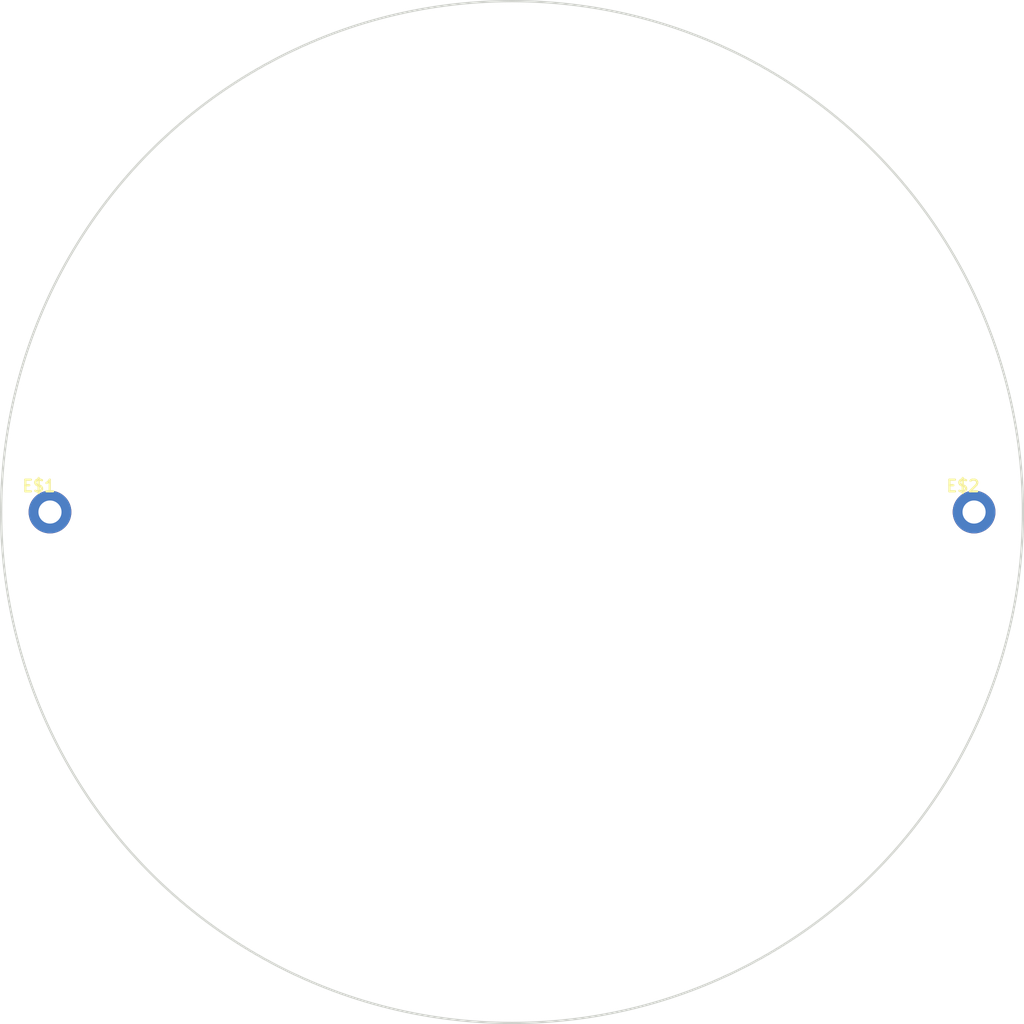
<source format=kicad_pcb>
(kicad_pcb (version 20221018) (generator pcbnew)
  (layers (0 "F.Cu" signal) (31 "B.Cu" signal) (34 "B.Paste" user) (35 "F.Paste" user) (36 "B.SilkS" user "B.Silkscreen") (37 "F.SilkS" user "F.Silkscreen") (38 "B.Mask" user) (39 "F.Mask" user) (44 "Edge.Cuts" user))
  (net 0 "")
  (footprint "working:1X01_NO_SILK" (layer "F.Cu") (at 128.1811 105.0036)
    (fp_text reference "E$1" (at -1.27 -1.143) (layer "F.SilkS") (effects (font (size 0.512064 0.512064) (thickness 0.097536)) (justify left)))
    (fp_text value "")
    (pad "1" thru_hole circle (at 0 0 90) (size 1.8796 1.8796) (drill 1.016) (layers "*.Cu" "*.Mask"))
  )
  (footprint "working:1X01_NO_SILK" (layer "F.Cu") (at 168.8211 105.0036)
    (fp_text reference "E$2" (at -1.27 -1.143) (layer "F.SilkS") (effects (font (size 0.512064 0.512064) (thickness 0.097536)) (justify left)))
    (fp_text value "")
    (pad "1" thru_hole circle (at 0 0 90) (size 1.8796 1.8796) (drill 1.016) (layers "*.Cu" "*.Mask"))
  )
  (gr_circle (center 148.5011 105.0036) (end 170.96969 105.0036) (stroke (width 0.1)) (fill none) (layer "Edge.Cuts"))
)
</source>
